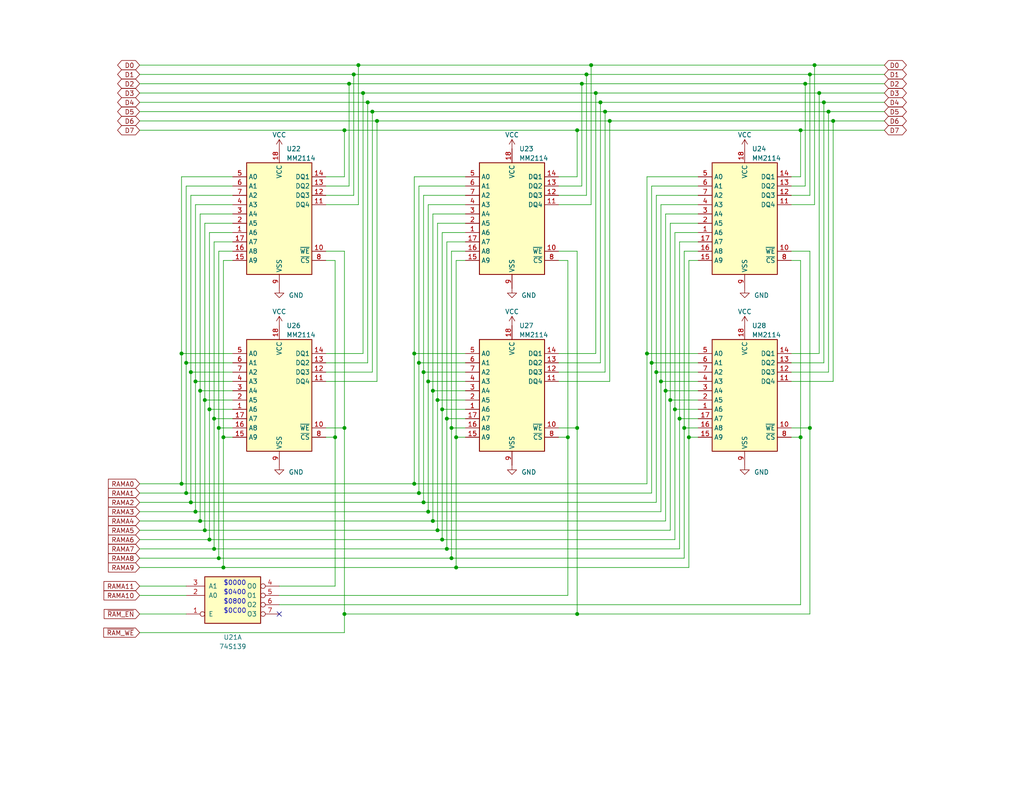
<source format=kicad_sch>
(kicad_sch (version 20231120) (generator "eeschema") (generator_version "8.0")
  (paper "USLetter")
  (lib_symbols
    (symbol "74xx:74LS139" (pin_names (offset 1.016))
      (property "Reference" "U" (at -7.62 8.89 0))
      (property "Value" "74LS139" (at -7.62 -8.89 0))
      (symbol "74LS139_1_0"
        (pin input inverted (at -12.7 -5.08 0) (length 5.08) (name "E") (number "1"))
        (pin input line (at -12.7 0 0) (length 5.08) (name "A0") (number "2"))
        (pin input line (at -12.7 2.54 0) (length 5.08) (name "A1") (number "3"))
        (pin output inverted (at 12.7 2.54 180) (length 5.08) (name "O0") (number "4"))
        (pin output inverted (at 12.7 0 180) (length 5.08) (name "O1") (number "5"))
        (pin output inverted (at 12.7 -2.54 180) (length 5.08) (name "O2") (number "6"))
        (pin output inverted (at 12.7 -5.08 180) (length 5.08) (name "O3") (number "7"))
      )
      (symbol "74LS139_1_1"
        (rectangle (start -7.62 5.08) (end 7.62 -7.62) (stroke (width 0.254)) (fill (type background)))
      )
      (symbol "74LS139_2_0"
        (pin output inverted (at 12.7 -2.54 180) (length 5.08) (name "O2") (number "10"))
        (pin output inverted (at 12.7 0 180) (length 5.08) (name "O1") (number "11"))
        (pin output inverted (at 12.7 2.54 180) (length 5.08) (name "O0") (number "12"))
        (pin input line (at -12.7 2.54 0) (length 5.08) (name "A1") (number "13"))
        (pin input line (at -12.7 0 0) (length 5.08) (name "A0") (number "14"))
        (pin input inverted (at -12.7 -5.08 0) (length 5.08) (name "E") (number "15"))
        (pin output inverted (at 12.7 -5.08 180) (length 5.08) (name "O3") (number "9"))
      )
      (symbol "74LS139_2_1"
        (rectangle (start -7.62 5.08) (end 7.62 -7.62) (stroke (width 0.254)) (fill (type background)))
      )
      (symbol "74LS139_3_0"
        (pin power_in line (at 0 12.7 270) (length 5.08) (name "VCC") (number "16"))
        (pin power_in line (at 0 -12.7 90) (length 5.08) (name "GND") (number "8"))
      )
      (symbol "74LS139_3_1"
        (rectangle (start -5.08 7.62) (end 5.08 -7.62) (stroke (width 0.254)) (fill (type background)))
      )
    )
    (symbol "ambassador:MM2114"
      (property "Reference" "U" (at -8.89 27.94 0))
      (property "Value" "MM2114" (at 1.27 27.94 0))
      (symbol "MM2114_0_0"
        (pin power_in line (at 0 30.48 270) (length 3.81) (name "VCC") (number "18"))
        (pin power_in line (at 0 -7.62 90) (length 3.81) (name "VSS") (number "9"))
      )
      (symbol "MM2114_0_1"
        (rectangle (start -8.89 26.67) (end 8.89 -3.81) (stroke (width 0.254)) (fill (type background)))
      )
      (symbol "MM2114_1_1"
        (pin input line (at -12.7 7.62 0) (length 3.81) (name "A6") (number "1"))
        (pin input line (at 12.7 2.54 180) (length 3.81) (name "~{WE}") (number "10"))
        (pin tri_state line (at 12.7 15.24 180) (length 3.81) (name "DQ4") (number "11"))
        (pin tri_state line (at 12.7 17.78 180) (length 3.81) (name "DQ3") (number "12"))
        (pin tri_state line (at 12.7 20.32 180) (length 3.81) (name "DQ2") (number "13"))
        (pin tri_state line (at 12.7 22.86 180) (length 3.81) (name "DQ1") (number "14"))
        (pin input line (at -12.7 0 0) (length 3.81) (name "A9") (number "15"))
        (pin input line (at -12.7 2.54 0) (length 3.81) (name "A8") (number "16"))
        (pin input line (at -12.7 5.08 0) (length 3.81) (name "A7") (number "17"))
        (pin input line (at -12.7 10.16 0) (length 3.81) (name "A5") (number "2"))
        (pin input line (at -12.7 12.7 0) (length 3.81) (name "A4") (number "3"))
        (pin input line (at -12.7 15.24 0) (length 3.81) (name "A3") (number "4"))
        (pin input line (at -12.7 22.86 0) (length 3.81) (name "A0") (number "5"))
        (pin input line (at -12.7 20.32 0) (length 3.81) (name "A1") (number "6"))
        (pin input line (at -12.7 17.78 0) (length 3.81) (name "A2") (number "7"))
        (pin input line (at 12.7 0 180) (length 3.81) (name "~{CS}") (number "8"))
      )
    )
    (symbol "power:GND" (power) (pin_names (offset 0))
      (property "Value" "GND" (at 0 -3.81 0))
      (symbol "GND_0_1"
        (polyline (pts (xy 0 0) (xy 0 -1.27) (xy 1.27 -1.27) (xy 0 -2.54) (xy -1.27 -1.27) (xy 0 -1.27)))
      )
      (symbol "GND_1_1"
        (pin power_in line (at 0 0 270) (length 0) hide (name "GND") (number "1"))
      )
    )
    (symbol "power:VCC" (power) (pin_names (offset 0))
      (property "Value" "VCC" (at 0 3.81 0))
      (symbol "VCC_0_1"
        (polyline (pts (xy -0.762 1.27) (xy 0 2.54)))
        (polyline (pts (xy 0 0) (xy 0 2.54)))
        (polyline (pts (xy 0 2.54) (xy 0.762 1.27)))
      )
      (symbol "VCC_1_1"
        (pin power_in line (at 0 0 90) (length 0) hide (name "VCC") (number "1"))
      )
    )
  )
  (junction (at 218.44 35.56))
  (junction (at 99.06 25.4))
  (junction (at 115.57 101.6))
  (junction (at 57.15 111.76))
  (junction (at 52.07 137.16))
  (junction (at 57.15 147.32))
  (junction (at 161.29 17.78))
  (junction (at 95.25 22.86))
  (junction (at 179.07 101.6))
  (junction (at 60.96 154.94))
  (junction (at 93.98 167.64))
  (junction (at 222.25 17.78))
  (junction (at 49.53 132.08))
  (junction (at 60.96 119.38))
  (junction (at 118.11 106.68))
  (junction (at 53.34 139.7))
  (junction (at 120.65 147.32))
  (junction (at 121.92 149.86))
  (junction (at 58.42 114.3))
  (junction (at 166.37 33.02))
  (junction (at 124.46 154.94))
  (junction (at 185.42 114.3))
  (junction (at 158.75 22.86))
  (junction (at 157.48 35.56))
  (junction (at 226.06 30.48))
  (junction (at 49.53 96.52))
  (junction (at 227.33 33.02))
  (junction (at 118.11 142.24))
  (junction (at 119.38 109.22))
  (junction (at 102.87 33.02))
  (junction (at 180.34 104.14))
  (junction (at 181.61 106.68))
  (junction (at 157.48 116.84))
  (junction (at 113.03 96.52))
  (junction (at 50.8 99.06))
  (junction (at 224.79 27.94))
  (junction (at 100.33 27.94))
  (junction (at 177.8 99.06))
  (junction (at 182.88 109.22))
  (junction (at 176.53 96.52))
  (junction (at 93.98 35.56))
  (junction (at 186.69 116.84))
  (junction (at 115.57 137.16))
  (junction (at 121.92 114.3))
  (junction (at 157.48 167.64))
  (junction (at 54.61 106.68))
  (junction (at 163.83 27.94))
  (junction (at 187.96 119.38))
  (junction (at 218.44 119.38))
  (junction (at 59.69 152.4))
  (junction (at 220.98 116.84))
  (junction (at 101.6 30.48))
  (junction (at 54.61 142.24))
  (junction (at 93.98 116.84))
  (junction (at 154.94 119.38))
  (junction (at 91.44 119.38))
  (junction (at 116.84 139.7))
  (junction (at 114.3 99.06))
  (junction (at 220.98 20.32))
  (junction (at 223.52 25.4))
  (junction (at 123.19 152.4))
  (junction (at 165.1 30.48))
  (junction (at 162.56 25.4))
  (junction (at 116.84 104.14))
  (junction (at 50.8 134.62))
  (junction (at 52.07 101.6))
  (junction (at 97.79 17.78))
  (junction (at 160.02 20.32))
  (junction (at 53.34 104.14))
  (junction (at 124.46 119.38))
  (junction (at 120.65 111.76))
  (junction (at 55.88 109.22))
  (junction (at 59.69 116.84))
  (junction (at 219.71 22.86))
  (junction (at 123.19 116.84))
  (junction (at 96.52 20.32))
  (junction (at 58.42 149.86))
  (junction (at 119.38 144.78))
  (junction (at 113.03 132.08))
  (junction (at 184.15 111.76))
  (junction (at 114.3 134.62))
  (junction (at 55.88 144.78))
  (no_connect (at 76.2 167.64))
  (wire (pts (xy 93.98 35.56) (xy 93.98 48.26)))
  (wire (pts (xy 165.1 30.48) (xy 226.06 30.48)))
  (wire (pts (xy 52.07 137.16) (xy 115.57 137.16)))
  (wire (pts (xy 63.5 71.12) (xy 60.96 71.12)))
  (wire (pts (xy 49.53 96.52) (xy 63.5 96.52)))
  (wire (pts (xy 190.5 55.88) (xy 180.34 55.88)))
  (wire (pts (xy 220.98 68.58) (xy 215.9 68.58)))
  (wire (pts (xy 113.03 132.08) (xy 176.53 132.08)))
  (wire (pts (xy 63.5 66.04) (xy 58.42 66.04)))
  (wire (pts (xy 224.79 27.94) (xy 224.79 99.06)))
  (wire (pts (xy 163.83 27.94) (xy 224.79 27.94)))
  (wire (pts (xy 55.88 144.78) (xy 119.38 144.78)))
  (wire (pts (xy 93.98 68.58) (xy 88.9 68.58)))
  (wire (pts (xy 59.69 152.4) (xy 123.19 152.4)))
  (wire (pts (xy 49.53 96.52) (xy 49.53 48.26)))
  (wire (pts (xy 60.96 154.94) (xy 60.96 119.38)))
  (wire (pts (xy 219.71 22.86) (xy 241.3 22.86)))
  (wire (pts (xy 95.25 22.86) (xy 95.25 50.8)))
  (wire (pts (xy 177.8 134.62) (xy 177.8 99.06)))
  (wire (pts (xy 124.46 154.94) (xy 187.96 154.94)))
  (wire (pts (xy 177.8 99.06) (xy 177.8 50.8)))
  (wire (pts (xy 58.42 114.3) (xy 63.5 114.3)))
  (wire (pts (xy 95.25 22.86) (xy 158.75 22.86)))
  (wire (pts (xy 59.69 152.4) (xy 59.69 116.84)))
  (wire (pts (xy 115.57 137.16) (xy 179.07 137.16)))
  (wire (pts (xy 102.87 104.14) (xy 88.9 104.14)))
  (wire (pts (xy 49.53 132.08) (xy 49.53 96.52)))
  (wire (pts (xy 38.1 149.86) (xy 58.42 149.86)))
  (wire (pts (xy 157.48 116.84) (xy 157.48 68.58)))
  (wire (pts (xy 63.5 50.8) (xy 50.8 50.8)))
  (wire (pts (xy 59.69 68.58) (xy 59.69 116.84)))
  (wire (pts (xy 186.69 152.4) (xy 186.69 116.84)))
  (wire (pts (xy 218.44 119.38) (xy 218.44 165.1)))
  (wire (pts (xy 190.5 104.14) (xy 180.34 104.14)))
  (wire (pts (xy 38.1 137.16) (xy 52.07 137.16)))
  (wire (pts (xy 127 68.58) (xy 123.19 68.58)))
  (wire (pts (xy 63.5 48.26) (xy 49.53 48.26)))
  (wire (pts (xy 93.98 48.26) (xy 88.9 48.26)))
  (wire (pts (xy 177.8 134.62) (xy 114.3 134.62)))
  (wire (pts (xy 224.79 27.94) (xy 241.3 27.94)))
  (wire (pts (xy 52.07 137.16) (xy 52.07 101.6)))
  (wire (pts (xy 222.25 55.88) (xy 215.9 55.88)))
  (wire (pts (xy 55.88 60.96) (xy 55.88 109.22)))
  (wire (pts (xy 186.69 68.58) (xy 186.69 116.84)))
  (wire (pts (xy 166.37 33.02) (xy 166.37 104.14)))
  (wire (pts (xy 113.03 48.26) (xy 113.03 96.52)))
  (wire (pts (xy 97.79 17.78) (xy 97.79 55.88)))
  (wire (pts (xy 190.5 63.5) (xy 184.15 63.5)))
  (wire (pts (xy 166.37 33.02) (xy 227.33 33.02)))
  (wire (pts (xy 38.1 35.56) (xy 93.98 35.56)))
  (wire (pts (xy 93.98 167.64) (xy 93.98 172.72)))
  (wire (pts (xy 182.88 144.78) (xy 182.88 109.22)))
  (wire (pts (xy 54.61 142.24) (xy 54.61 106.68)))
  (wire (pts (xy 38.1 147.32) (xy 57.15 147.32)))
  (wire (pts (xy 114.3 134.62) (xy 50.8 134.62)))
  (wire (pts (xy 127 66.04) (xy 121.92 66.04)))
  (wire (pts (xy 160.02 20.32) (xy 160.02 53.34)))
  (wire (pts (xy 95.25 50.8) (xy 88.9 50.8)))
  (wire (pts (xy 100.33 99.06) (xy 88.9 99.06)))
  (wire (pts (xy 58.42 149.86) (xy 58.42 114.3)))
  (wire (pts (xy 119.38 60.96) (xy 119.38 109.22)))
  (wire (pts (xy 223.52 25.4) (xy 223.52 96.52)))
  (wire (pts (xy 38.1 160.02) (xy 50.8 160.02)))
  (wire (pts (xy 166.37 104.14) (xy 152.4 104.14)))
  (wire (pts (xy 99.06 25.4) (xy 99.06 96.52)))
  (wire (pts (xy 179.07 53.34) (xy 190.5 53.34)))
  (wire (pts (xy 157.48 116.84) (xy 152.4 116.84)))
  (wire (pts (xy 157.48 167.64) (xy 220.98 167.64)))
  (wire (pts (xy 157.48 48.26) (xy 152.4 48.26)))
  (wire (pts (xy 152.4 71.12) (xy 154.94 71.12)))
  (wire (pts (xy 102.87 33.02) (xy 102.87 104.14)))
  (wire (pts (xy 162.56 25.4) (xy 162.56 96.52)))
  (wire (pts (xy 120.65 111.76) (xy 127 111.76)))
  (wire (pts (xy 179.07 137.16) (xy 179.07 101.6)))
  (wire (pts (xy 218.44 35.56) (xy 218.44 48.26)))
  (wire (pts (xy 220.98 167.64) (xy 220.98 116.84)))
  (wire (pts (xy 52.07 53.34) (xy 63.5 53.34)))
  (wire (pts (xy 226.06 101.6) (xy 215.9 101.6)))
  (wire (pts (xy 224.79 99.06) (xy 215.9 99.06)))
  (wire (pts (xy 59.69 116.84) (xy 63.5 116.84)))
  (wire (pts (xy 121.92 149.86) (xy 185.42 149.86)))
  (wire (pts (xy 157.48 35.56) (xy 157.48 48.26)))
  (wire (pts (xy 119.38 109.22) (xy 127 109.22)))
  (wire (pts (xy 157.48 35.56) (xy 218.44 35.56)))
  (wire (pts (xy 113.03 132.08) (xy 113.03 96.52)))
  (wire (pts (xy 157.48 116.84) (xy 157.48 167.64)))
  (wire (pts (xy 100.33 27.94) (xy 163.83 27.94)))
  (wire (pts (xy 127 58.42) (xy 118.11 58.42)))
  (wire (pts (xy 58.42 149.86) (xy 121.92 149.86)))
  (wire (pts (xy 38.1 172.72) (xy 93.98 172.72)))
  (wire (pts (xy 54.61 58.42) (xy 54.61 106.68)))
  (wire (pts (xy 53.34 139.7) (xy 53.34 104.14)))
  (wire (pts (xy 187.96 119.38) (xy 190.5 119.38)))
  (wire (pts (xy 127 50.8) (xy 114.3 50.8)))
  (wire (pts (xy 38.1 33.02) (xy 102.87 33.02)))
  (wire (pts (xy 227.33 104.14) (xy 215.9 104.14)))
  (wire (pts (xy 226.06 30.48) (xy 241.3 30.48)))
  (wire (pts (xy 222.25 17.78) (xy 222.25 55.88)))
  (wire (pts (xy 190.5 99.06) (xy 177.8 99.06)))
  (wire (pts (xy 119.38 144.78) (xy 119.38 109.22)))
  (wire (pts (xy 160.02 20.32) (xy 220.98 20.32)))
  (wire (pts (xy 127 101.6) (xy 115.57 101.6)))
  (wire (pts (xy 93.98 35.56) (xy 157.48 35.56)))
  (wire (pts (xy 100.33 27.94) (xy 100.33 99.06)))
  (wire (pts (xy 119.38 144.78) (xy 182.88 144.78)))
  (wire (pts (xy 63.5 60.96) (xy 55.88 60.96)))
  (wire (pts (xy 161.29 17.78) (xy 161.29 55.88)))
  (wire (pts (xy 184.15 63.5) (xy 184.15 111.76)))
  (wire (pts (xy 218.44 35.56) (xy 241.3 35.56)))
  (wire (pts (xy 124.46 71.12) (xy 124.46 119.38)))
  (wire (pts (xy 123.19 68.58) (xy 123.19 116.84)))
  (wire (pts (xy 127 104.14) (xy 116.84 104.14)))
  (wire (pts (xy 38.1 132.08) (xy 49.53 132.08)))
  (wire (pts (xy 116.84 139.7) (xy 53.34 139.7)))
  (wire (pts (xy 158.75 22.86) (xy 219.71 22.86)))
  (wire (pts (xy 57.15 63.5) (xy 57.15 111.76)))
  (wire (pts (xy 63.5 99.06) (xy 50.8 99.06)))
  (wire (pts (xy 91.44 160.02) (xy 76.2 160.02)))
  (wire (pts (xy 219.71 50.8) (xy 215.9 50.8)))
  (wire (pts (xy 227.33 33.02) (xy 227.33 104.14)))
  (wire (pts (xy 49.53 132.08) (xy 113.03 132.08)))
  (wire (pts (xy 186.69 116.84) (xy 190.5 116.84)))
  (wire (pts (xy 162.56 96.52) (xy 152.4 96.52)))
  (wire (pts (xy 38.1 25.4) (xy 99.06 25.4)))
  (wire (pts (xy 118.11 142.24) (xy 118.11 106.68)))
  (wire (pts (xy 120.65 147.32) (xy 120.65 111.76)))
  (wire (pts (xy 181.61 142.24) (xy 181.61 106.68)))
  (wire (pts (xy 38.1 17.78) (xy 97.79 17.78)))
  (wire (pts (xy 220.98 53.34) (xy 215.9 53.34)))
  (wire (pts (xy 222.25 17.78) (xy 241.3 17.78)))
  (wire (pts (xy 63.5 68.58) (xy 59.69 68.58)))
  (wire (pts (xy 38.1 20.32) (xy 96.52 20.32)))
  (wire (pts (xy 102.87 33.02) (xy 166.37 33.02)))
  (wire (pts (xy 97.79 17.78) (xy 161.29 17.78)))
  (wire (pts (xy 161.29 17.78) (xy 222.25 17.78)))
  (wire (pts (xy 115.57 101.6) (xy 115.57 53.34)))
  (wire (pts (xy 57.15 147.32) (xy 120.65 147.32)))
  (wire (pts (xy 187.96 71.12) (xy 187.96 119.38)))
  (wire (pts (xy 160.02 53.34) (xy 152.4 53.34)))
  (wire (pts (xy 91.44 119.38) (xy 88.9 119.38)))
  (wire (pts (xy 101.6 30.48) (xy 165.1 30.48)))
  (wire (pts (xy 91.44 119.38) (xy 91.44 160.02)))
  (wire (pts (xy 182.88 60.96) (xy 182.88 109.22)))
  (wire (pts (xy 157.48 68.58) (xy 152.4 68.58)))
  (wire (pts (xy 38.1 30.48) (xy 101.6 30.48)))
  (wire (pts (xy 114.3 99.06) (xy 114.3 50.8)))
  (wire (pts (xy 115.57 53.34) (xy 127 53.34)))
  (wire (pts (xy 55.88 144.78) (xy 55.88 109.22)))
  (wire (pts (xy 127 60.96) (xy 119.38 60.96)))
  (wire (pts (xy 180.34 104.14) (xy 180.34 55.88)))
  (wire (pts (xy 113.03 96.52) (xy 127 96.52)))
  (wire (pts (xy 165.1 30.48) (xy 165.1 101.6)))
  (wire (pts (xy 190.5 101.6) (xy 179.07 101.6)))
  (wire (pts (xy 154.94 119.38) (xy 152.4 119.38)))
  (wire (pts (xy 54.61 106.68) (xy 63.5 106.68)))
  (wire (pts (xy 38.1 167.64) (xy 50.8 167.64)))
  (wire (pts (xy 57.15 111.76) (xy 63.5 111.76)))
  (wire (pts (xy 162.56 25.4) (xy 223.52 25.4)))
  (wire (pts (xy 54.61 142.24) (xy 118.11 142.24)))
  (wire (pts (xy 219.71 22.86) (xy 219.71 50.8)))
  (wire (pts (xy 176.53 96.52) (xy 190.5 96.52)))
  (wire (pts (xy 114.3 134.62) (xy 114.3 99.06)))
  (wire (pts (xy 180.34 139.7) (xy 116.84 139.7)))
  (wire (pts (xy 120.65 147.32) (xy 184.15 147.32)))
  (wire (pts (xy 116.84 104.14) (xy 116.84 55.88)))
  (wire (pts (xy 218.44 119.38) (xy 218.44 71.12)))
  (wire (pts (xy 182.88 109.22) (xy 190.5 109.22)))
  (wire (pts (xy 127 48.26) (xy 113.03 48.26)))
  (wire (pts (xy 38.1 162.56) (xy 50.8 162.56)))
  (wire (pts (xy 38.1 152.4) (xy 59.69 152.4)))
  (wire (pts (xy 57.15 147.32) (xy 57.15 111.76)))
  (wire (pts (xy 96.52 53.34) (xy 88.9 53.34)))
  (wire (pts (xy 96.52 20.32) (xy 96.52 53.34)))
  (wire (pts (xy 190.5 66.04) (xy 185.42 66.04)))
  (wire (pts (xy 93.98 116.84) (xy 88.9 116.84)))
  (wire (pts (xy 187.96 154.94) (xy 187.96 119.38)))
  (wire (pts (xy 93.98 167.64) (xy 93.98 116.84)))
  (wire (pts (xy 226.06 30.48) (xy 226.06 101.6)))
  (wire (pts (xy 121.92 66.04) (xy 121.92 114.3)))
  (wire (pts (xy 101.6 101.6) (xy 88.9 101.6)))
  (wire (pts (xy 124.46 154.94) (xy 124.46 119.38)))
  (wire (pts (xy 190.5 48.26) (xy 176.53 48.26)))
  (wire (pts (xy 52.07 101.6) (xy 52.07 53.34)))
  (wire (pts (xy 96.52 20.32) (xy 160.02 20.32)))
  (wire (pts (xy 180.34 139.7) (xy 180.34 104.14)))
  (wire (pts (xy 184.15 111.76) (xy 190.5 111.76)))
  (wire (pts (xy 163.83 99.06) (xy 152.4 99.06)))
  (wire (pts (xy 63.5 63.5) (xy 57.15 63.5)))
  (wire (pts (xy 185.42 149.86) (xy 185.42 114.3)))
  (wire (pts (xy 127 71.12) (xy 124.46 71.12)))
  (wire (pts (xy 223.52 25.4) (xy 241.3 25.4)))
  (wire (pts (xy 118.11 106.68) (xy 127 106.68)))
  (wire (pts (xy 176.53 132.08) (xy 176.53 96.52)))
  (wire (pts (xy 121.92 149.86) (xy 121.92 114.3)))
  (wire (pts (xy 154.94 71.12) (xy 154.94 119.38)))
  (wire (pts (xy 38.1 154.94) (xy 60.96 154.94)))
  (wire (pts (xy 161.29 55.88) (xy 152.4 55.88)))
  (wire (pts (xy 123.19 152.4) (xy 123.19 116.84)))
  (wire (pts (xy 190.5 71.12) (xy 187.96 71.12)))
  (wire (pts (xy 50.8 134.62) (xy 50.8 99.06)))
  (wire (pts (xy 185.42 66.04) (xy 185.42 114.3)))
  (wire (pts (xy 91.44 71.12) (xy 88.9 71.12)))
  (wire (pts (xy 184.15 147.32) (xy 184.15 111.76)))
  (wire (pts (xy 38.1 144.78) (xy 55.88 144.78)))
  (wire (pts (xy 63.5 104.14) (xy 53.34 104.14)))
  (wire (pts (xy 50.8 134.62) (xy 38.1 134.62)))
  (wire (pts (xy 127 99.06) (xy 114.3 99.06)))
  (wire (pts (xy 115.57 137.16) (xy 115.57 101.6)))
  (wire (pts (xy 218.44 48.26) (xy 215.9 48.26)))
  (wire (pts (xy 58.42 66.04) (xy 58.42 114.3)))
  (wire (pts (xy 121.92 114.3) (xy 127 114.3)))
  (wire (pts (xy 127 63.5) (xy 120.65 63.5)))
  (wire (pts (xy 50.8 99.06) (xy 50.8 50.8)))
  (wire (pts (xy 165.1 101.6) (xy 152.4 101.6)))
  (wire (pts (xy 60.96 71.12) (xy 60.96 119.38)))
  (wire (pts (xy 124.46 119.38) (xy 127 119.38)))
  (wire (pts (xy 116.84 139.7) (xy 116.84 104.14)))
  (wire (pts (xy 220.98 116.84) (xy 215.9 116.84)))
  (wire (pts (xy 190.5 58.42) (xy 181.61 58.42)))
  (wire (pts (xy 63.5 101.6) (xy 52.07 101.6)))
  (wire (pts (xy 220.98 20.32) (xy 220.98 53.34)))
  (wire (pts (xy 190.5 60.96) (xy 182.88 60.96)))
  (wire (pts (xy 181.61 106.68) (xy 190.5 106.68)))
  (wire (pts (xy 163.83 27.94) (xy 163.83 99.06)))
  (wire (pts (xy 123.19 152.4) (xy 186.69 152.4)))
  (wire (pts (xy 227.33 33.02) (xy 241.3 33.02)))
  (wire (pts (xy 63.5 58.42) (xy 54.61 58.42)))
  (wire (pts (xy 99.06 96.52) (xy 88.9 96.52)))
  (wire (pts (xy 158.75 50.8) (xy 152.4 50.8)))
  (wire (pts (xy 101.6 30.48) (xy 101.6 101.6)))
  (wire (pts (xy 38.1 27.94) (xy 100.33 27.94)))
  (wire (pts (xy 120.65 63.5) (xy 120.65 111.76)))
  (wire (pts (xy 123.19 116.84) (xy 127 116.84)))
  (wire (pts (xy 154.94 119.38) (xy 154.94 162.56)))
  (wire (pts (xy 176.53 48.26) (xy 176.53 96.52)))
  (wire (pts (xy 93.98 167.64) (xy 157.48 167.64)))
  (wire (pts (xy 53.34 104.14) (xy 53.34 55.88)))
  (wire (pts (xy 91.44 119.38) (xy 91.44 71.12)))
  (wire (pts (xy 190.5 50.8) (xy 177.8 50.8)))
  (wire (pts (xy 99.06 25.4) (xy 162.56 25.4)))
  (wire (pts (xy 55.88 109.22) (xy 63.5 109.22)))
  (wire (pts (xy 63.5 55.88) (xy 53.34 55.88)))
  (wire (pts (xy 220.98 116.84) (xy 220.98 68.58)))
  (wire (pts (xy 38.1 22.86) (xy 95.25 22.86)))
  (wire (pts (xy 60.96 119.38) (xy 63.5 119.38)))
  (wire (pts (xy 53.34 139.7) (xy 38.1 139.7)))
  (wire (pts (xy 218.44 71.12) (xy 215.9 71.12)))
  (wire (pts (xy 76.2 162.56) (xy 154.94 162.56)))
  (wire (pts (xy 118.11 58.42) (xy 118.11 106.68)))
  (wire (pts (xy 118.11 142.24) (xy 181.61 142.24)))
  (wire (pts (xy 190.5 68.58) (xy 186.69 68.58)))
  (wire (pts (xy 60.96 154.94) (xy 124.46 154.94)))
  (wire (pts (xy 218.44 119.38) (xy 215.9 119.38)))
  (wire (pts (xy 181.61 58.42) (xy 181.61 106.68)))
  (wire (pts (xy 185.42 114.3) (xy 190.5 114.3)))
  (wire (pts (xy 223.52 96.52) (xy 215.9 96.52)))
  (wire (pts (xy 38.1 142.24) (xy 54.61 142.24)))
  (wire (pts (xy 76.2 165.1) (xy 218.44 165.1)))
  (wire (pts (xy 97.79 55.88) (xy 88.9 55.88)))
  (wire (pts (xy 179.07 101.6) (xy 179.07 53.34)))
  (wire (pts (xy 220.98 20.32) (xy 241.3 20.32)))
  (wire (pts (xy 127 55.88) (xy 116.84 55.88)))
  (wire (pts (xy 158.75 22.86) (xy 158.75 50.8)))
  (wire (pts (xy 93.98 116.84) (xy 93.98 68.58)))
  (text "$0000" (at 60.96 160.02 0) (effects (font (size 1.27 1.27)) (justify left bottom)))
  (text "$0400" (at 60.96 162.56 0) (effects (font (size 1.27 1.27)) (justify left bottom)))
  (text "$0800" (at 60.96 165.1 0) (effects (font (size 1.27 1.27)) (justify left bottom)))
  (text "$0C00" (at 60.96 167.64 0) (effects (font (size 1.27 1.27)) (justify left bottom)))
  (global_label "RAMA11" (shape input) (at 38.1 160.02 180) (property "Intersheetrefs" "${INTERSHEET_REFS}" (effects (hide yes))))
  (global_label "~{RAM_EN}" (shape input) (at 38.1 167.64 180) (property "Intersheetrefs" "${INTERSHEET_REFS}" (effects (hide yes))))
  (global_label "~{RAM_WE}" (shape input) (at 38.1 172.72 180) (property "Intersheetrefs" "${INTERSHEET_REFS}" (effects (hide yes))))
  (global_label "RAMA4" (shape input) (at 38.1 142.24 180) (property "Intersheetrefs" "${INTERSHEET_REFS}" (effects (hide yes))))
  (global_label "D5" (shape bidirectional) (at 241.3 30.48 0) (property "Intersheetrefs" "${INTERSHEET_REFS}" (effects (hide yes))))
  (global_label "RAMA6" (shape input) (at 38.1 147.32 180) (property "Intersheetrefs" "${INTERSHEET_REFS}" (effects (hide yes))))
  (global_label "D3" (shape bidirectional) (at 38.1 25.4 180) (property "Intersheetrefs" "${INTERSHEET_REFS}" (effects (hide yes))))
  (global_label "RAMA9" (shape input) (at 38.1 154.94 180) (property "Intersheetrefs" "${INTERSHEET_REFS}" (effects (hide yes))))
  (global_label "D4" (shape bidirectional) (at 241.3 27.94 0) (property "Intersheetrefs" "${INTERSHEET_REFS}" (effects (hide yes))))
  (global_label "D4" (shape bidirectional) (at 38.1 27.94 180) (property "Intersheetrefs" "${INTERSHEET_REFS}" (effects (hide yes))))
  (global_label "RAMA2" (shape input) (at 38.1 137.16 180) (property "Intersheetrefs" "${INTERSHEET_REFS}" (effects (hide yes))))
  (global_label "RAMA7" (shape input) (at 38.1 149.86 180) (property "Intersheetrefs" "${INTERSHEET_REFS}" (effects (hide yes))))
  (global_label "RAMA10" (shape input) (at 38.1 162.56 180) (property "Intersheetrefs" "${INTERSHEET_REFS}" (effects (hide yes))))
  (global_label "D2" (shape bidirectional) (at 241.3 22.86 0) (property "Intersheetrefs" "${INTERSHEET_REFS}" (effects (hide yes))))
  (global_label "D3" (shape bidirectional) (at 241.3 25.4 0) (property "Intersheetrefs" "${INTERSHEET_REFS}" (effects (hide yes))))
  (global_label "RAMA1" (shape input) (at 38.1 134.62 180) (property "Intersheetrefs" "${INTERSHEET_REFS}" (effects (hide yes))))
  (global_label "RAMA0" (shape input) (at 38.1 132.08 180) (property "Intersheetrefs" "${INTERSHEET_REFS}" (effects (hide yes))))
  (global_label "D2" (shape bidirectional) (at 38.1 22.86 180) (property "Intersheetrefs" "${INTERSHEET_REFS}" (effects (hide yes))))
  (global_label "RAMA5" (shape input) (at 38.1 144.78 180) (property "Intersheetrefs" "${INTERSHEET_REFS}" (effects (hide yes))))
  (global_label "D7" (shape bidirectional) (at 38.1 35.56 180) (property "Intersheetrefs" "${INTERSHEET_REFS}" (effects (hide yes))))
  (global_label "RAMA3" (shape input) (at 38.1 139.7 180) (property "Intersheetrefs" "${INTERSHEET_REFS}" (effects (hide yes))))
  (global_label "D6" (shape bidirectional) (at 241.3 33.02 0) (property "Intersheetrefs" "${INTERSHEET_REFS}" (effects (hide yes))))
  (global_label "D5" (shape bidirectional) (at 38.1 30.48 180) (property "Intersheetrefs" "${INTERSHEET_REFS}" (effects (hide yes))))
  (global_label "D1" (shape bidirectional) (at 38.1 20.32 180) (property "Intersheetrefs" "${INTERSHEET_REFS}" (effects (hide yes))))
  (global_label "RAMA8" (shape input) (at 38.1 152.4 180) (property "Intersheetrefs" "${INTERSHEET_REFS}" (effects (hide yes))))
  (global_label "D0" (shape bidirectional) (at 241.3 17.78 0) (property "Intersheetrefs" "${INTERSHEET_REFS}" (effects (hide yes))))
  (global_label "D7" (shape bidirectional) (at 241.3 35.56 0) (property "Intersheetrefs" "${INTERSHEET_REFS}" (effects (hide yes))))
  (global_label "D6" (shape bidirectional) (at 38.1 33.02 180) (property "Intersheetrefs" "${INTERSHEET_REFS}" (effects (hide yes))))
  (global_label "D1" (shape bidirectional) (at 241.3 20.32 0) (property "Intersheetrefs" "${INTERSHEET_REFS}" (effects (hide yes))))
  (global_label "D0" (shape bidirectional) (at 38.1 17.78 180) (property "Intersheetrefs" "${INTERSHEET_REFS}" (effects (hide yes))))
  (symbol (lib_id "power:GND") (at 139.7 78.74 0) (unit 1)
    (property "Reference" "#PWR0319" (effects (hide yes)))
    (property "Value" "GND" (at 142.24 80.645 0) (effects (justify left)))
  )
  (symbol (lib_id "power:VCC") (at 203.2 40.64 0) (unit 1)
    (property "Reference" "#PWR0324" (effects (hide yes)))
    (property "Value" "VCC" (at 203.2 36.83 0))
  )
  (symbol (lib_id "ambassador:MM2114") (at 76.2 119.38 0) (unit 1)
    (property "Reference" "U26" (at 78.1559 88.9 0) (effects (justify left)))
    (property "Value" "MM2114" (at 78.1559 91.44 0) (effects (justify left)))
    (property "Footprint" "Package_DIP:DIP-18_W7.62mm" (effects (hide yes)))
  )
  (symbol (lib_id "ambassador:MM2114") (at 203.2 119.38 0) (unit 1)
    (property "Reference" "U28" (at 205.1559 88.9 0) (effects (justify left)))
    (property "Value" "MM2114" (at 205.1559 91.44 0) (effects (justify left)))
    (property "Footprint" "Package_DIP:DIP-18_W7.62mm" (effects (hide yes)))
  )
  (symbol (lib_id "power:GND") (at 203.2 78.74 0) (unit 1)
    (property "Reference" "#PWR0323" (effects (hide yes)))
    (property "Value" "GND" (at 205.74 80.645 0) (effects (justify left)))
  )
  (symbol (lib_id "ambassador:MM2114") (at 203.2 71.12 0) (unit 1)
    (property "Reference" "U24" (at 205.1559 40.64 0) (effects (justify left)))
    (property "Value" "MM2114" (at 205.1559 43.18 0) (effects (justify left)))
    (property "Footprint" "Package_DIP:DIP-18_W7.62mm" (effects (hide yes)))
  )
  (symbol (lib_id "power:GND") (at 76.2 127 0) (unit 1)
    (property "Reference" "#PWR0326" (effects (hide yes)))
    (property "Value" "GND" (at 78.74 128.905 0) (effects (justify left)))
  )
  (symbol (lib_id "power:GND") (at 203.2 127 0) (unit 1)
    (property "Reference" "#PWR0329" (effects (hide yes)))
    (property "Value" "GND" (at 205.74 128.905 0) (effects (justify left)))
  )
  (symbol (lib_id "ambassador:MM2114") (at 76.2 71.12 0) (unit 1)
    (property "Reference" "U22" (at 78.1559 40.64 0) (effects (justify left)))
    (property "Value" "MM2114" (at 78.1559 43.18 0) (effects (justify left)))
    (property "Footprint" "Package_DIP:DIP-18_W7.62mm" (effects (hide yes)))
  )
  (symbol (lib_id "ambassador:MM2114") (at 139.7 119.38 0) (unit 1)
    (property "Reference" "U27" (at 141.6559 88.9 0) (effects (justify left)))
    (property "Value" "MM2114" (at 141.6559 91.44 0) (effects (justify left)))
    (property "Footprint" "Package_DIP:DIP-18_W7.62mm" (effects (hide yes)))
  )
  (symbol (lib_id "power:VCC") (at 76.2 40.64 0) (unit 1)
    (property "Reference" "#PWR0322" (effects (hide yes)))
    (property "Value" "VCC" (at 76.2 36.83 0))
  )
  (symbol (lib_id "power:VCC") (at 203.2 88.9 0) (unit 1)
    (property "Reference" "#PWR0330" (effects (hide yes)))
    (property "Value" "VCC" (at 203.2 85.09 0))
  )
  (symbol (lib_id "74xx:74LS139") (at 63.5 162.56 0) (unit 1)
    (property "Reference" "U21" (at 63.5 173.99 0))
    (property "Value" "74S139" (at 63.5 176.53 0))
    (property "Footprint" "Package_DIP:DIP-16_W7.62mm" (effects (hide yes)))
    (property "Datasheet" "http://www.ti.com/lit/ds/symlink/sn74ls139a.pdf" (effects (hide yes)))
  )
  (symbol (lib_id "power:VCC") (at 139.7 88.9 0) (unit 1)
    (property "Reference" "#PWR0328" (effects (hide yes)))
    (property "Value" "VCC" (at 139.7 85.09 0))
  )
  (symbol (lib_id "power:VCC") (at 139.7 40.64 0) (unit 1)
    (property "Reference" "#PWR0325" (effects (hide yes)))
    (property "Value" "VCC" (at 139.7 36.83 0))
  )
  (symbol (lib_id "power:GND") (at 76.2 78.74 0) (unit 1)
    (property "Reference" "#PWR0320" (effects (hide yes)))
    (property "Value" "GND" (at 78.74 80.645 0) (effects (justify left)))
  )
  (symbol (lib_id "power:VCC") (at 76.2 88.9 0) (unit 1)
    (property "Reference" "#PWR0321" (effects (hide yes)))
    (property "Value" "VCC" (at 76.2 85.09 0))
  )
  (symbol (lib_id "ambassador:MM2114") (at 139.7 71.12 0) (unit 1)
    (property "Reference" "U23" (at 141.6559 40.64 0) (effects (justify left)))
    (property "Value" "MM2114" (at 141.6559 43.18 0) (effects (justify left)))
    (property "Footprint" "Package_DIP:DIP-18_W7.62mm" (effects (hide yes)))
  )
  (symbol (lib_id "power:GND") (at 139.7 127 0) (unit 1)
    (property "Reference" "#PWR0327" (effects (hide yes)))
    (property "Value" "GND" (at 142.24 128.905 0) (effects (justify left)))
  )
)
</source>
